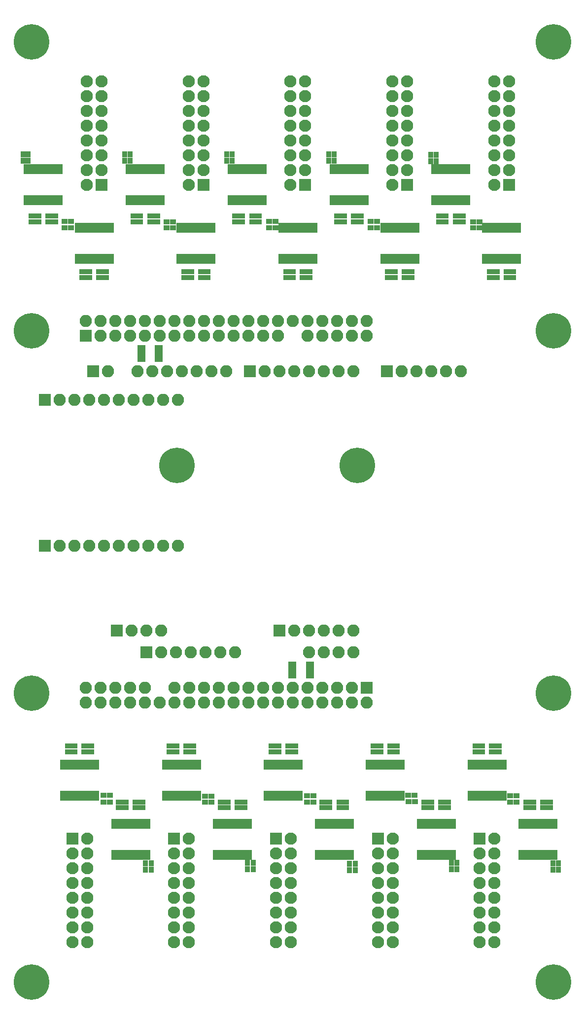
<source format=gts>
G04 #@! TF.FileFunction,Soldermask,Top*
%FSLAX46Y46*%
G04 Gerber Fmt 4.6, Leading zero omitted, Abs format (unit mm)*
G04 Created by KiCad (PCBNEW 4.0.7-e2-6376~58~ubuntu16.04.1) date Fri Feb  9 15:47:21 2018*
%MOMM*%
%LPD*%
G01*
G04 APERTURE LIST*
%ADD10C,0.100000*%
%ADD11O,2.100000X2.100000*%
%ADD12R,2.100000X2.100000*%
%ADD13C,2.100000*%
%ADD14R,0.720000X0.900000*%
%ADD15R,0.900000X1.000000*%
%ADD16R,0.806400X1.670000*%
%ADD17C,6.100000*%
%ADD18R,1.000000X0.900000*%
%ADD19R,1.400000X2.900000*%
G04 APERTURE END LIST*
D10*
D11*
X117610000Y-125240000D03*
X120150000Y-125240000D03*
X122690000Y-125240000D03*
X125230000Y-125240000D03*
D12*
X76960000Y-157230000D03*
D13*
X79500000Y-157230000D03*
X76960000Y-159770000D03*
X79500000Y-159770000D03*
X76960000Y-162310000D03*
X79500000Y-162310000D03*
X76960000Y-164850000D03*
X79500000Y-164850000D03*
X76960000Y-167390000D03*
X79500000Y-167390000D03*
X76960000Y-169930000D03*
X79500000Y-169930000D03*
X76960000Y-172470000D03*
X79500000Y-172470000D03*
X76960000Y-175010000D03*
X79500000Y-175010000D03*
D14*
X103800000Y-150930000D03*
X102800000Y-150930000D03*
X103300000Y-150930000D03*
X102300000Y-150930000D03*
X103300000Y-151930000D03*
X103800000Y-151930000D03*
X102800000Y-151930000D03*
X102300000Y-151930000D03*
D12*
X127510000Y-131340000D03*
D11*
X127510000Y-133880000D03*
X124970000Y-131340000D03*
X124970000Y-133880000D03*
X122430000Y-131340000D03*
X122430000Y-133880000D03*
X119890000Y-131340000D03*
X119890000Y-133880000D03*
X117350000Y-131340000D03*
X117350000Y-133880000D03*
X114810000Y-131340000D03*
X114810000Y-133880000D03*
X112270000Y-131340000D03*
X112270000Y-133880000D03*
X109730000Y-131340000D03*
X109730000Y-133880000D03*
X107190000Y-131340000D03*
X107190000Y-133880000D03*
X104650000Y-131340000D03*
X104650000Y-133880000D03*
X102110000Y-131340000D03*
X102110000Y-133880000D03*
X99570000Y-131340000D03*
X99570000Y-133880000D03*
X97030000Y-131340000D03*
X97030000Y-133880000D03*
X94490000Y-131340000D03*
X94490000Y-133880000D03*
X91950000Y-133880000D03*
X89410000Y-131340000D03*
X89410000Y-133880000D03*
X86870000Y-131340000D03*
X86870000Y-133880000D03*
X84330000Y-131340000D03*
X84330000Y-133880000D03*
X81790000Y-131340000D03*
X81790000Y-133880000D03*
X79250000Y-131340000D03*
X79250000Y-133880000D03*
D15*
X69400000Y-40840000D03*
X69400000Y-39740000D03*
D12*
X134500000Y-45000000D03*
D13*
X131960000Y-45000000D03*
X134500000Y-42460000D03*
X131960000Y-42460000D03*
X134500000Y-39920000D03*
X131960000Y-39920000D03*
X134500000Y-37380000D03*
X131960000Y-37380000D03*
X134500000Y-34840000D03*
X131960000Y-34840000D03*
X134500000Y-32300000D03*
X131960000Y-32300000D03*
X134500000Y-29760000D03*
X131960000Y-29760000D03*
X134500000Y-27220000D03*
X131960000Y-27220000D03*
D12*
X117000000Y-45000000D03*
D13*
X114460000Y-45000000D03*
X117000000Y-42460000D03*
X114460000Y-42460000D03*
X117000000Y-39920000D03*
X114460000Y-39920000D03*
X117000000Y-37380000D03*
X114460000Y-37380000D03*
X117000000Y-34840000D03*
X114460000Y-34840000D03*
X117000000Y-32300000D03*
X114460000Y-32300000D03*
X117000000Y-29760000D03*
X114460000Y-29760000D03*
X117000000Y-27220000D03*
X114460000Y-27220000D03*
D16*
X104079000Y-47567000D03*
X104714000Y-47567000D03*
X105374400Y-47567000D03*
X106034800Y-47567000D03*
X106669800Y-47567000D03*
X107330200Y-47567000D03*
X107990600Y-47567000D03*
X108625600Y-47567000D03*
X109286000Y-47567000D03*
X109921000Y-47567000D03*
X109921000Y-42233000D03*
X109286000Y-42233000D03*
X108625600Y-42233000D03*
X107990600Y-42233000D03*
X107330200Y-42233000D03*
X106669800Y-42233000D03*
X106034800Y-42233000D03*
X105374400Y-42233000D03*
X104714000Y-42233000D03*
X104079000Y-42233000D03*
X86579000Y-47567000D03*
X87214000Y-47567000D03*
X87874400Y-47567000D03*
X88534800Y-47567000D03*
X89169800Y-47567000D03*
X89830200Y-47567000D03*
X90490600Y-47567000D03*
X91125600Y-47567000D03*
X91786000Y-47567000D03*
X92421000Y-47567000D03*
X92421000Y-42233000D03*
X91786000Y-42233000D03*
X91125600Y-42233000D03*
X90490600Y-42233000D03*
X89830200Y-42233000D03*
X89169800Y-42233000D03*
X88534800Y-42233000D03*
X87874400Y-42233000D03*
X87214000Y-42233000D03*
X86579000Y-42233000D03*
D12*
X79250000Y-70890000D03*
D11*
X79250000Y-68350000D03*
X81790000Y-70890000D03*
X81790000Y-68350000D03*
X84330000Y-70890000D03*
X84330000Y-68350000D03*
X86870000Y-70890000D03*
X86870000Y-68350000D03*
X89410000Y-70890000D03*
X89410000Y-68350000D03*
X91950000Y-70890000D03*
X91950000Y-68350000D03*
X94490000Y-70890000D03*
X94490000Y-68350000D03*
X97030000Y-70890000D03*
X97030000Y-68350000D03*
X99570000Y-70890000D03*
X99570000Y-68350000D03*
X102110000Y-70890000D03*
X102110000Y-68350000D03*
X104650000Y-70890000D03*
X104650000Y-68350000D03*
X107190000Y-70890000D03*
X107190000Y-68350000D03*
X109730000Y-70890000D03*
X109730000Y-68350000D03*
X112270000Y-70890000D03*
X112270000Y-68350000D03*
X114810000Y-68350000D03*
X117350000Y-70890000D03*
X117350000Y-68350000D03*
X119890000Y-70890000D03*
X119890000Y-68350000D03*
X122430000Y-70890000D03*
X122430000Y-68350000D03*
X124970000Y-70890000D03*
X124970000Y-68350000D03*
X127510000Y-70890000D03*
X127510000Y-68350000D03*
D12*
X99500000Y-45000000D03*
D13*
X96960000Y-45000000D03*
X99500000Y-42460000D03*
X96960000Y-42460000D03*
X99500000Y-39920000D03*
X96960000Y-39920000D03*
X99500000Y-37380000D03*
X96960000Y-37380000D03*
X99500000Y-34840000D03*
X96960000Y-34840000D03*
X99500000Y-32300000D03*
X96960000Y-32300000D03*
X99500000Y-29760000D03*
X96960000Y-29760000D03*
X99500000Y-27220000D03*
X96960000Y-27220000D03*
D14*
X107700000Y-51300000D03*
X108700000Y-51300000D03*
X108200000Y-51300000D03*
X109200000Y-51300000D03*
X108200000Y-50300000D03*
X107700000Y-50300000D03*
X108700000Y-50300000D03*
X109200000Y-50300000D03*
D12*
X82000000Y-45000000D03*
D13*
X79460000Y-45000000D03*
X82000000Y-42460000D03*
X79460000Y-42460000D03*
X82000000Y-39920000D03*
X79460000Y-39920000D03*
X82000000Y-37380000D03*
X79460000Y-37380000D03*
X82000000Y-34840000D03*
X79460000Y-34840000D03*
X82000000Y-32300000D03*
X79460000Y-32300000D03*
X82000000Y-29760000D03*
X79460000Y-29760000D03*
X82000000Y-27220000D03*
X79460000Y-27220000D03*
D12*
X152000000Y-45000000D03*
D13*
X149460000Y-45000000D03*
X152000000Y-42460000D03*
X149460000Y-42460000D03*
X152000000Y-39920000D03*
X149460000Y-39920000D03*
X152000000Y-37380000D03*
X149460000Y-37380000D03*
X152000000Y-34840000D03*
X149460000Y-34840000D03*
X152000000Y-32300000D03*
X149460000Y-32300000D03*
X152000000Y-29760000D03*
X149460000Y-29760000D03*
X152000000Y-27220000D03*
X149460000Y-27220000D03*
D17*
X70000000Y-70000000D03*
X159650000Y-70000000D03*
D14*
X104800000Y-51300000D03*
X105800000Y-51300000D03*
X105300000Y-51300000D03*
X106300000Y-51300000D03*
X105300000Y-50300000D03*
X104800000Y-50300000D03*
X105800000Y-50300000D03*
X106300000Y-50300000D03*
D17*
X70000000Y-20400000D03*
X159650000Y-20400000D03*
D12*
X80520000Y-76980000D03*
D11*
X83060000Y-76980000D03*
X88140000Y-76980000D03*
X90680000Y-76980000D03*
X93220000Y-76980000D03*
X95760000Y-76980000D03*
X98300000Y-76980000D03*
X100840000Y-76980000D03*
X103380000Y-76980000D03*
D12*
X107450000Y-76980000D03*
D11*
X109990000Y-76980000D03*
X112530000Y-76980000D03*
X115070000Y-76980000D03*
X117610000Y-76980000D03*
X120150000Y-76980000D03*
X122690000Y-76980000D03*
X125230000Y-76980000D03*
D14*
X90200000Y-51300000D03*
X91200000Y-51300000D03*
X90700000Y-51300000D03*
X91700000Y-51300000D03*
X90700000Y-50300000D03*
X90200000Y-50300000D03*
X91200000Y-50300000D03*
X91700000Y-50300000D03*
X87300000Y-51300000D03*
X88300000Y-51300000D03*
X87800000Y-51300000D03*
X88800000Y-51300000D03*
X87800000Y-50300000D03*
X87300000Y-50300000D03*
X88300000Y-50300000D03*
X88800000Y-50300000D03*
X72700000Y-51300000D03*
X73700000Y-51300000D03*
X73200000Y-51300000D03*
X74200000Y-51300000D03*
X73200000Y-50300000D03*
X72700000Y-50300000D03*
X73700000Y-50300000D03*
X74200000Y-50300000D03*
X69800000Y-51300000D03*
X70800000Y-51300000D03*
X70300000Y-51300000D03*
X71300000Y-51300000D03*
X70300000Y-50300000D03*
X69800000Y-50300000D03*
X70800000Y-50300000D03*
X71300000Y-50300000D03*
D16*
X69079000Y-47567000D03*
X69714000Y-47567000D03*
X70374400Y-47567000D03*
X71034800Y-47567000D03*
X71669800Y-47567000D03*
X72330200Y-47567000D03*
X72990600Y-47567000D03*
X73625600Y-47567000D03*
X74286000Y-47567000D03*
X74921000Y-47567000D03*
X74921000Y-42233000D03*
X74286000Y-42233000D03*
X73625600Y-42233000D03*
X72990600Y-42233000D03*
X72330200Y-42233000D03*
X71669800Y-42233000D03*
X71034800Y-42233000D03*
X70374400Y-42233000D03*
X69714000Y-42233000D03*
X69079000Y-42233000D03*
D14*
X116400000Y-60900000D03*
X117400000Y-60900000D03*
X116900000Y-60900000D03*
X117900000Y-60900000D03*
X116900000Y-59900000D03*
X116400000Y-59900000D03*
X117400000Y-59900000D03*
X117900000Y-59900000D03*
X113550000Y-60900000D03*
X114550000Y-60900000D03*
X114050000Y-60900000D03*
X115050000Y-60900000D03*
X114050000Y-59900000D03*
X113550000Y-59900000D03*
X114550000Y-59900000D03*
X115050000Y-59900000D03*
D16*
X112809000Y-57667000D03*
X113444000Y-57667000D03*
X114104400Y-57667000D03*
X114764800Y-57667000D03*
X115399800Y-57667000D03*
X116060200Y-57667000D03*
X116720600Y-57667000D03*
X117355600Y-57667000D03*
X118016000Y-57667000D03*
X118651000Y-57667000D03*
X118651000Y-52333000D03*
X118016000Y-52333000D03*
X117355600Y-52333000D03*
X116720600Y-52333000D03*
X116060200Y-52333000D03*
X115399800Y-52333000D03*
X114764800Y-52333000D03*
X114104400Y-52333000D03*
X113444000Y-52333000D03*
X112809000Y-52333000D03*
D14*
X81400000Y-60900000D03*
X82400000Y-60900000D03*
X81900000Y-60900000D03*
X82900000Y-60900000D03*
X81900000Y-59900000D03*
X81400000Y-59900000D03*
X82400000Y-59900000D03*
X82900000Y-59900000D03*
X78550000Y-60900000D03*
X79550000Y-60900000D03*
X79050000Y-60900000D03*
X80050000Y-60900000D03*
X79050000Y-59900000D03*
X78550000Y-59900000D03*
X79550000Y-59900000D03*
X80050000Y-59900000D03*
D16*
X77809000Y-57667000D03*
X78444000Y-57667000D03*
X79104400Y-57667000D03*
X79764800Y-57667000D03*
X80399800Y-57667000D03*
X81060200Y-57667000D03*
X81720600Y-57667000D03*
X82355600Y-57667000D03*
X83016000Y-57667000D03*
X83651000Y-57667000D03*
X83651000Y-52333000D03*
X83016000Y-52333000D03*
X82355600Y-52333000D03*
X81720600Y-52333000D03*
X81060200Y-52333000D03*
X80399800Y-52333000D03*
X79764800Y-52333000D03*
X79104400Y-52333000D03*
X78444000Y-52333000D03*
X77809000Y-52333000D03*
D14*
X98900000Y-60900000D03*
X99900000Y-60900000D03*
X99400000Y-60900000D03*
X100400000Y-60900000D03*
X99400000Y-59900000D03*
X98900000Y-59900000D03*
X99900000Y-59900000D03*
X100400000Y-59900000D03*
X96050000Y-60900000D03*
X97050000Y-60900000D03*
X96550000Y-60900000D03*
X97550000Y-60900000D03*
X96550000Y-59900000D03*
X96050000Y-59900000D03*
X97050000Y-59900000D03*
X97550000Y-59900000D03*
D16*
X95309000Y-57667000D03*
X95944000Y-57667000D03*
X96604400Y-57667000D03*
X97264800Y-57667000D03*
X97899800Y-57667000D03*
X98560200Y-57667000D03*
X99220600Y-57667000D03*
X99855600Y-57667000D03*
X100516000Y-57667000D03*
X101151000Y-57667000D03*
X101151000Y-52333000D03*
X100516000Y-52333000D03*
X99855600Y-52333000D03*
X99220600Y-52333000D03*
X98560200Y-52333000D03*
X97899800Y-52333000D03*
X97264800Y-52333000D03*
X96604400Y-52333000D03*
X95944000Y-52333000D03*
X95309000Y-52333000D03*
D14*
X125200000Y-51300000D03*
X126200000Y-51300000D03*
X125700000Y-51300000D03*
X126700000Y-51300000D03*
X125700000Y-50300000D03*
X125200000Y-50300000D03*
X126200000Y-50300000D03*
X126700000Y-50300000D03*
X133900000Y-60900000D03*
X134900000Y-60900000D03*
X134400000Y-60900000D03*
X135400000Y-60900000D03*
X134400000Y-59900000D03*
X133900000Y-59900000D03*
X134900000Y-59900000D03*
X135400000Y-59900000D03*
X122300000Y-51300000D03*
X123300000Y-51300000D03*
X122800000Y-51300000D03*
X123800000Y-51300000D03*
X122800000Y-50300000D03*
X122300000Y-50300000D03*
X123300000Y-50300000D03*
X123800000Y-50300000D03*
X131050000Y-60900000D03*
X132050000Y-60900000D03*
X131550000Y-60900000D03*
X132550000Y-60900000D03*
X131550000Y-59900000D03*
X131050000Y-59900000D03*
X132050000Y-59900000D03*
X132550000Y-59900000D03*
X142700000Y-51300000D03*
X143700000Y-51300000D03*
X143200000Y-51300000D03*
X144200000Y-51300000D03*
X143200000Y-50300000D03*
X142700000Y-50300000D03*
X143700000Y-50300000D03*
X144200000Y-50300000D03*
X151400000Y-60900000D03*
X152400000Y-60900000D03*
X151900000Y-60900000D03*
X152900000Y-60900000D03*
X151900000Y-59900000D03*
X151400000Y-59900000D03*
X152400000Y-59900000D03*
X152900000Y-59900000D03*
X139800000Y-51300000D03*
X140800000Y-51300000D03*
X140300000Y-51300000D03*
X141300000Y-51300000D03*
X140300000Y-50300000D03*
X139800000Y-50300000D03*
X140800000Y-50300000D03*
X141300000Y-50300000D03*
X148550000Y-60900000D03*
X149550000Y-60900000D03*
X149050000Y-60900000D03*
X150050000Y-60900000D03*
X149050000Y-59900000D03*
X148550000Y-59900000D03*
X149550000Y-59900000D03*
X150050000Y-59900000D03*
D16*
X121579000Y-47567000D03*
X122214000Y-47567000D03*
X122874400Y-47567000D03*
X123534800Y-47567000D03*
X124169800Y-47567000D03*
X124830200Y-47567000D03*
X125490600Y-47567000D03*
X126125600Y-47567000D03*
X126786000Y-47567000D03*
X127421000Y-47567000D03*
X127421000Y-42233000D03*
X126786000Y-42233000D03*
X126125600Y-42233000D03*
X125490600Y-42233000D03*
X124830200Y-42233000D03*
X124169800Y-42233000D03*
X123534800Y-42233000D03*
X122874400Y-42233000D03*
X122214000Y-42233000D03*
X121579000Y-42233000D03*
X130309000Y-57667000D03*
X130944000Y-57667000D03*
X131604400Y-57667000D03*
X132264800Y-57667000D03*
X132899800Y-57667000D03*
X133560200Y-57667000D03*
X134220600Y-57667000D03*
X134855600Y-57667000D03*
X135516000Y-57667000D03*
X136151000Y-57667000D03*
X136151000Y-52333000D03*
X135516000Y-52333000D03*
X134855600Y-52333000D03*
X134220600Y-52333000D03*
X133560200Y-52333000D03*
X132899800Y-52333000D03*
X132264800Y-52333000D03*
X131604400Y-52333000D03*
X130944000Y-52333000D03*
X130309000Y-52333000D03*
X139079000Y-47567000D03*
X139714000Y-47567000D03*
X140374400Y-47567000D03*
X141034800Y-47567000D03*
X141669800Y-47567000D03*
X142330200Y-47567000D03*
X142990600Y-47567000D03*
X143625600Y-47567000D03*
X144286000Y-47567000D03*
X144921000Y-47567000D03*
X144921000Y-42233000D03*
X144286000Y-42233000D03*
X143625600Y-42233000D03*
X142990600Y-42233000D03*
X142330200Y-42233000D03*
X141669800Y-42233000D03*
X141034800Y-42233000D03*
X140374400Y-42233000D03*
X139714000Y-42233000D03*
X139079000Y-42233000D03*
X147809000Y-57667000D03*
X148444000Y-57667000D03*
X149104400Y-57667000D03*
X149764800Y-57667000D03*
X150399800Y-57667000D03*
X151060200Y-57667000D03*
X151720600Y-57667000D03*
X152355600Y-57667000D03*
X153016000Y-57667000D03*
X153651000Y-57667000D03*
X153651000Y-52333000D03*
X153016000Y-52333000D03*
X152355600Y-52333000D03*
X151720600Y-52333000D03*
X151060200Y-52333000D03*
X150399800Y-52333000D03*
X149764800Y-52333000D03*
X149104400Y-52333000D03*
X148444000Y-52333000D03*
X147809000Y-52333000D03*
D18*
X76750000Y-51240000D03*
X75650000Y-51240000D03*
X94300000Y-51315000D03*
X93200000Y-51315000D03*
D15*
X85950000Y-40840000D03*
X85950000Y-39740000D03*
X68500000Y-40840000D03*
X68500000Y-39740000D03*
D18*
X111900000Y-51265000D03*
X110800000Y-51265000D03*
X129350000Y-51265000D03*
X128250000Y-51265000D03*
X146925000Y-51290000D03*
X145825000Y-51290000D03*
D15*
X103500000Y-40840000D03*
X103500000Y-39740000D03*
X121050000Y-40840000D03*
X121050000Y-39740000D03*
X139450000Y-40865000D03*
X139450000Y-39765000D03*
D18*
X76750000Y-52290000D03*
X75650000Y-52290000D03*
D15*
X86900000Y-40840000D03*
X86900000Y-39740000D03*
D18*
X94300000Y-52315000D03*
X93200000Y-52315000D03*
D15*
X104425000Y-40840000D03*
X104425000Y-39740000D03*
D18*
X111900000Y-52315000D03*
X110800000Y-52315000D03*
D15*
X121950000Y-40840000D03*
X121950000Y-39740000D03*
X138525000Y-40865000D03*
X138525000Y-39765000D03*
D18*
X129350000Y-52340000D03*
X128250000Y-52340000D03*
X146925000Y-52340000D03*
X145825000Y-52340000D03*
D19*
X91850000Y-73940000D03*
X88850000Y-73940000D03*
D12*
X89670000Y-125240000D03*
D11*
X92210000Y-125240000D03*
X94750000Y-125240000D03*
X97290000Y-125240000D03*
X99830000Y-125240000D03*
X102370000Y-125240000D03*
X104910000Y-125240000D03*
D17*
X70000000Y-132230000D03*
X159650000Y-181830000D03*
X159650000Y-132230000D03*
X70000000Y-181830000D03*
D12*
X94460000Y-157230000D03*
D13*
X97000000Y-157230000D03*
X94460000Y-159770000D03*
X97000000Y-159770000D03*
X94460000Y-162310000D03*
X97000000Y-162310000D03*
X94460000Y-164850000D03*
X97000000Y-164850000D03*
X94460000Y-167390000D03*
X97000000Y-167390000D03*
X94460000Y-169930000D03*
X97000000Y-169930000D03*
X94460000Y-172470000D03*
X97000000Y-172470000D03*
X94460000Y-175010000D03*
X97000000Y-175010000D03*
D12*
X111960000Y-157230000D03*
D13*
X114500000Y-157230000D03*
X111960000Y-159770000D03*
X114500000Y-159770000D03*
X111960000Y-162310000D03*
X114500000Y-162310000D03*
X111960000Y-164850000D03*
X114500000Y-164850000D03*
X111960000Y-167390000D03*
X114500000Y-167390000D03*
X111960000Y-169930000D03*
X114500000Y-169930000D03*
X111960000Y-172470000D03*
X114500000Y-172470000D03*
X111960000Y-175010000D03*
X114500000Y-175010000D03*
D12*
X129460000Y-157230000D03*
D13*
X132000000Y-157230000D03*
X129460000Y-159770000D03*
X132000000Y-159770000D03*
X129460000Y-162310000D03*
X132000000Y-162310000D03*
X129460000Y-164850000D03*
X132000000Y-164850000D03*
X129460000Y-167390000D03*
X132000000Y-167390000D03*
X129460000Y-169930000D03*
X132000000Y-169930000D03*
X129460000Y-172470000D03*
X132000000Y-172470000D03*
X129460000Y-175010000D03*
X132000000Y-175010000D03*
D12*
X146960000Y-157230000D03*
D13*
X149500000Y-157230000D03*
X146960000Y-159770000D03*
X149500000Y-159770000D03*
X146960000Y-162310000D03*
X149500000Y-162310000D03*
X146960000Y-164850000D03*
X149500000Y-164850000D03*
X146960000Y-167390000D03*
X149500000Y-167390000D03*
X146960000Y-169930000D03*
X149500000Y-169930000D03*
X146960000Y-172470000D03*
X149500000Y-172470000D03*
X146960000Y-175010000D03*
X149500000Y-175010000D03*
D14*
X86300000Y-150930000D03*
X85300000Y-150930000D03*
X85800000Y-150930000D03*
X84800000Y-150930000D03*
X85800000Y-151930000D03*
X86300000Y-151930000D03*
X85300000Y-151930000D03*
X84800000Y-151930000D03*
X77550000Y-141330000D03*
X76550000Y-141330000D03*
X77050000Y-141330000D03*
X76050000Y-141330000D03*
X77050000Y-142330000D03*
X77550000Y-142330000D03*
X76550000Y-142330000D03*
X76050000Y-142330000D03*
X89200000Y-150930000D03*
X88200000Y-150930000D03*
X88700000Y-150930000D03*
X87700000Y-150930000D03*
X88700000Y-151930000D03*
X89200000Y-151930000D03*
X88200000Y-151930000D03*
X87700000Y-151930000D03*
X80400000Y-141330000D03*
X79400000Y-141330000D03*
X79900000Y-141330000D03*
X78900000Y-141330000D03*
X79900000Y-142330000D03*
X80400000Y-142330000D03*
X79400000Y-142330000D03*
X78900000Y-142330000D03*
X95050000Y-141330000D03*
X94050000Y-141330000D03*
X94550000Y-141330000D03*
X93550000Y-141330000D03*
X94550000Y-142330000D03*
X95050000Y-142330000D03*
X94050000Y-142330000D03*
X93550000Y-142330000D03*
X106700000Y-150930000D03*
X105700000Y-150930000D03*
X106200000Y-150930000D03*
X105200000Y-150930000D03*
X106200000Y-151930000D03*
X106700000Y-151930000D03*
X105700000Y-151930000D03*
X105200000Y-151930000D03*
X97900000Y-141330000D03*
X96900000Y-141330000D03*
X97400000Y-141330000D03*
X96400000Y-141330000D03*
X97400000Y-142330000D03*
X97900000Y-142330000D03*
X96900000Y-142330000D03*
X96400000Y-142330000D03*
X121300000Y-150930000D03*
X120300000Y-150930000D03*
X120800000Y-150930000D03*
X119800000Y-150930000D03*
X120800000Y-151930000D03*
X121300000Y-151930000D03*
X120300000Y-151930000D03*
X119800000Y-151930000D03*
X112550000Y-141330000D03*
X111550000Y-141330000D03*
X112050000Y-141330000D03*
X111050000Y-141330000D03*
X112050000Y-142330000D03*
X112550000Y-142330000D03*
X111550000Y-142330000D03*
X111050000Y-142330000D03*
X124200000Y-150930000D03*
X123200000Y-150930000D03*
X123700000Y-150930000D03*
X122700000Y-150930000D03*
X123700000Y-151930000D03*
X124200000Y-151930000D03*
X123200000Y-151930000D03*
X122700000Y-151930000D03*
X115400000Y-141330000D03*
X114400000Y-141330000D03*
X114900000Y-141330000D03*
X113900000Y-141330000D03*
X114900000Y-142330000D03*
X115400000Y-142330000D03*
X114400000Y-142330000D03*
X113900000Y-142330000D03*
X138800000Y-150930000D03*
X137800000Y-150930000D03*
X138300000Y-150930000D03*
X137300000Y-150930000D03*
X138300000Y-151930000D03*
X138800000Y-151930000D03*
X137800000Y-151930000D03*
X137300000Y-151930000D03*
X130050000Y-141330000D03*
X129050000Y-141330000D03*
X129550000Y-141330000D03*
X128550000Y-141330000D03*
X129550000Y-142330000D03*
X130050000Y-142330000D03*
X129050000Y-142330000D03*
X128550000Y-142330000D03*
X141700000Y-150930000D03*
X140700000Y-150930000D03*
X141200000Y-150930000D03*
X140200000Y-150930000D03*
X141200000Y-151930000D03*
X141700000Y-151930000D03*
X140700000Y-151930000D03*
X140200000Y-151930000D03*
X132900000Y-141330000D03*
X131900000Y-141330000D03*
X132400000Y-141330000D03*
X131400000Y-141330000D03*
X132400000Y-142330000D03*
X132900000Y-142330000D03*
X131900000Y-142330000D03*
X131400000Y-142330000D03*
X156300000Y-150930000D03*
X155300000Y-150930000D03*
X155800000Y-150930000D03*
X154800000Y-150930000D03*
X155800000Y-151930000D03*
X156300000Y-151930000D03*
X155300000Y-151930000D03*
X154800000Y-151930000D03*
X147550000Y-141330000D03*
X146550000Y-141330000D03*
X147050000Y-141330000D03*
X146050000Y-141330000D03*
X147050000Y-142330000D03*
X147550000Y-142330000D03*
X146550000Y-142330000D03*
X146050000Y-142330000D03*
X159200000Y-150930000D03*
X158200000Y-150930000D03*
X158700000Y-150930000D03*
X157700000Y-150930000D03*
X158700000Y-151930000D03*
X159200000Y-151930000D03*
X158200000Y-151930000D03*
X157700000Y-151930000D03*
X150400000Y-141330000D03*
X149400000Y-141330000D03*
X149900000Y-141330000D03*
X148900000Y-141330000D03*
X149900000Y-142330000D03*
X150400000Y-142330000D03*
X149400000Y-142330000D03*
X148900000Y-142330000D03*
D16*
X89921000Y-154663000D03*
X89286000Y-154663000D03*
X88625600Y-154663000D03*
X87965200Y-154663000D03*
X87330200Y-154663000D03*
X86669800Y-154663000D03*
X86009400Y-154663000D03*
X85374400Y-154663000D03*
X84714000Y-154663000D03*
X84079000Y-154663000D03*
X84079000Y-159997000D03*
X84714000Y-159997000D03*
X85374400Y-159997000D03*
X86009400Y-159997000D03*
X86669800Y-159997000D03*
X87330200Y-159997000D03*
X87965200Y-159997000D03*
X88625600Y-159997000D03*
X89286000Y-159997000D03*
X89921000Y-159997000D03*
X81151000Y-144563000D03*
X80516000Y-144563000D03*
X79855600Y-144563000D03*
X79195200Y-144563000D03*
X78560200Y-144563000D03*
X77899800Y-144563000D03*
X77239400Y-144563000D03*
X76604400Y-144563000D03*
X75944000Y-144563000D03*
X75309000Y-144563000D03*
X75309000Y-149897000D03*
X75944000Y-149897000D03*
X76604400Y-149897000D03*
X77239400Y-149897000D03*
X77899800Y-149897000D03*
X78560200Y-149897000D03*
X79195200Y-149897000D03*
X79855600Y-149897000D03*
X80516000Y-149897000D03*
X81151000Y-149897000D03*
X107421000Y-154663000D03*
X106786000Y-154663000D03*
X106125600Y-154663000D03*
X105465200Y-154663000D03*
X104830200Y-154663000D03*
X104169800Y-154663000D03*
X103509400Y-154663000D03*
X102874400Y-154663000D03*
X102214000Y-154663000D03*
X101579000Y-154663000D03*
X101579000Y-159997000D03*
X102214000Y-159997000D03*
X102874400Y-159997000D03*
X103509400Y-159997000D03*
X104169800Y-159997000D03*
X104830200Y-159997000D03*
X105465200Y-159997000D03*
X106125600Y-159997000D03*
X106786000Y-159997000D03*
X107421000Y-159997000D03*
X98651000Y-144563000D03*
X98016000Y-144563000D03*
X97355600Y-144563000D03*
X96695200Y-144563000D03*
X96060200Y-144563000D03*
X95399800Y-144563000D03*
X94739400Y-144563000D03*
X94104400Y-144563000D03*
X93444000Y-144563000D03*
X92809000Y-144563000D03*
X92809000Y-149897000D03*
X93444000Y-149897000D03*
X94104400Y-149897000D03*
X94739400Y-149897000D03*
X95399800Y-149897000D03*
X96060200Y-149897000D03*
X96695200Y-149897000D03*
X97355600Y-149897000D03*
X98016000Y-149897000D03*
X98651000Y-149897000D03*
X124921000Y-154663000D03*
X124286000Y-154663000D03*
X123625600Y-154663000D03*
X122965200Y-154663000D03*
X122330200Y-154663000D03*
X121669800Y-154663000D03*
X121009400Y-154663000D03*
X120374400Y-154663000D03*
X119714000Y-154663000D03*
X119079000Y-154663000D03*
X119079000Y-159997000D03*
X119714000Y-159997000D03*
X120374400Y-159997000D03*
X121009400Y-159997000D03*
X121669800Y-159997000D03*
X122330200Y-159997000D03*
X122965200Y-159997000D03*
X123625600Y-159997000D03*
X124286000Y-159997000D03*
X124921000Y-159997000D03*
X116151000Y-144563000D03*
X115516000Y-144563000D03*
X114855600Y-144563000D03*
X114195200Y-144563000D03*
X113560200Y-144563000D03*
X112899800Y-144563000D03*
X112239400Y-144563000D03*
X111604400Y-144563000D03*
X110944000Y-144563000D03*
X110309000Y-144563000D03*
X110309000Y-149897000D03*
X110944000Y-149897000D03*
X111604400Y-149897000D03*
X112239400Y-149897000D03*
X112899800Y-149897000D03*
X113560200Y-149897000D03*
X114195200Y-149897000D03*
X114855600Y-149897000D03*
X115516000Y-149897000D03*
X116151000Y-149897000D03*
X142421000Y-154663000D03*
X141786000Y-154663000D03*
X141125600Y-154663000D03*
X140465200Y-154663000D03*
X139830200Y-154663000D03*
X139169800Y-154663000D03*
X138509400Y-154663000D03*
X137874400Y-154663000D03*
X137214000Y-154663000D03*
X136579000Y-154663000D03*
X136579000Y-159997000D03*
X137214000Y-159997000D03*
X137874400Y-159997000D03*
X138509400Y-159997000D03*
X139169800Y-159997000D03*
X139830200Y-159997000D03*
X140465200Y-159997000D03*
X141125600Y-159997000D03*
X141786000Y-159997000D03*
X142421000Y-159997000D03*
X133651000Y-144563000D03*
X133016000Y-144563000D03*
X132355600Y-144563000D03*
X131695200Y-144563000D03*
X131060200Y-144563000D03*
X130399800Y-144563000D03*
X129739400Y-144563000D03*
X129104400Y-144563000D03*
X128444000Y-144563000D03*
X127809000Y-144563000D03*
X127809000Y-149897000D03*
X128444000Y-149897000D03*
X129104400Y-149897000D03*
X129739400Y-149897000D03*
X130399800Y-149897000D03*
X131060200Y-149897000D03*
X131695200Y-149897000D03*
X132355600Y-149897000D03*
X133016000Y-149897000D03*
X133651000Y-149897000D03*
X159921000Y-154663000D03*
X159286000Y-154663000D03*
X158625600Y-154663000D03*
X157965200Y-154663000D03*
X157330200Y-154663000D03*
X156669800Y-154663000D03*
X156009400Y-154663000D03*
X155374400Y-154663000D03*
X154714000Y-154663000D03*
X154079000Y-154663000D03*
X154079000Y-159997000D03*
X154714000Y-159997000D03*
X155374400Y-159997000D03*
X156009400Y-159997000D03*
X156669800Y-159997000D03*
X157330200Y-159997000D03*
X157965200Y-159997000D03*
X158625600Y-159997000D03*
X159286000Y-159997000D03*
X159921000Y-159997000D03*
X151151000Y-144563000D03*
X150516000Y-144563000D03*
X149855600Y-144563000D03*
X149195200Y-144563000D03*
X148560200Y-144563000D03*
X147899800Y-144563000D03*
X147239400Y-144563000D03*
X146604400Y-144563000D03*
X145944000Y-144563000D03*
X145309000Y-144563000D03*
X145309000Y-149897000D03*
X145944000Y-149897000D03*
X146604400Y-149897000D03*
X147239400Y-149897000D03*
X147899800Y-149897000D03*
X148560200Y-149897000D03*
X149195200Y-149897000D03*
X149855600Y-149897000D03*
X150516000Y-149897000D03*
X151151000Y-149897000D03*
D19*
X114800000Y-128290000D03*
X117800000Y-128290000D03*
D18*
X152225000Y-149890000D03*
X153325000Y-149890000D03*
D15*
X160525000Y-161465000D03*
X160525000Y-162565000D03*
D18*
X134700000Y-149790000D03*
X135800000Y-149790000D03*
D15*
X142100000Y-161390000D03*
X142100000Y-162490000D03*
D18*
X117300000Y-150940000D03*
X118400000Y-150940000D03*
D15*
X124600000Y-161515000D03*
X124600000Y-162615000D03*
D18*
X99750000Y-150990000D03*
X100850000Y-150990000D03*
D15*
X107075000Y-161415000D03*
X107075000Y-162515000D03*
D18*
X82300000Y-149790000D03*
X83400000Y-149790000D03*
D15*
X89500000Y-161440000D03*
X89500000Y-162540000D03*
D18*
X152225000Y-150965000D03*
X153325000Y-150965000D03*
D15*
X159575000Y-161465000D03*
X159575000Y-162565000D03*
D18*
X134725000Y-150865000D03*
X135825000Y-150865000D03*
D15*
X143075000Y-161390000D03*
X143075000Y-162490000D03*
D18*
X117300000Y-149840000D03*
X118400000Y-149840000D03*
D15*
X125600000Y-161515000D03*
X125600000Y-162615000D03*
D18*
X99750000Y-149990000D03*
X100850000Y-149990000D03*
D15*
X108050000Y-161415000D03*
X108050000Y-162515000D03*
D18*
X82300000Y-150990000D03*
X83400000Y-150990000D03*
D15*
X90525000Y-161440000D03*
X90525000Y-162540000D03*
D12*
X72300000Y-81900000D03*
D11*
X74840000Y-81900000D03*
X77380000Y-81900000D03*
X79920000Y-81900000D03*
X82460000Y-81900000D03*
X85000000Y-81900000D03*
X87540000Y-81900000D03*
X90080000Y-81900000D03*
X92620000Y-81900000D03*
X95160000Y-81900000D03*
D12*
X112530000Y-121500000D03*
D11*
X115070000Y-121500000D03*
X117610000Y-121500000D03*
X120150000Y-121500000D03*
X122690000Y-121500000D03*
X125230000Y-121500000D03*
D12*
X131000000Y-76980000D03*
D11*
X133540000Y-76980000D03*
X136080000Y-76980000D03*
X138620000Y-76980000D03*
X141160000Y-76980000D03*
X143700000Y-76980000D03*
D12*
X72300000Y-106900000D03*
D11*
X74840000Y-106900000D03*
X77380000Y-106900000D03*
X79920000Y-106900000D03*
X82460000Y-106900000D03*
X85000000Y-106900000D03*
X87540000Y-106900000D03*
X90080000Y-106900000D03*
X92620000Y-106900000D03*
X95160000Y-106900000D03*
D17*
X94920000Y-93100000D03*
X125920000Y-93100000D03*
D12*
X84590000Y-121500000D03*
D11*
X87130000Y-121500000D03*
X89670000Y-121500000D03*
X92210000Y-121500000D03*
M02*

</source>
